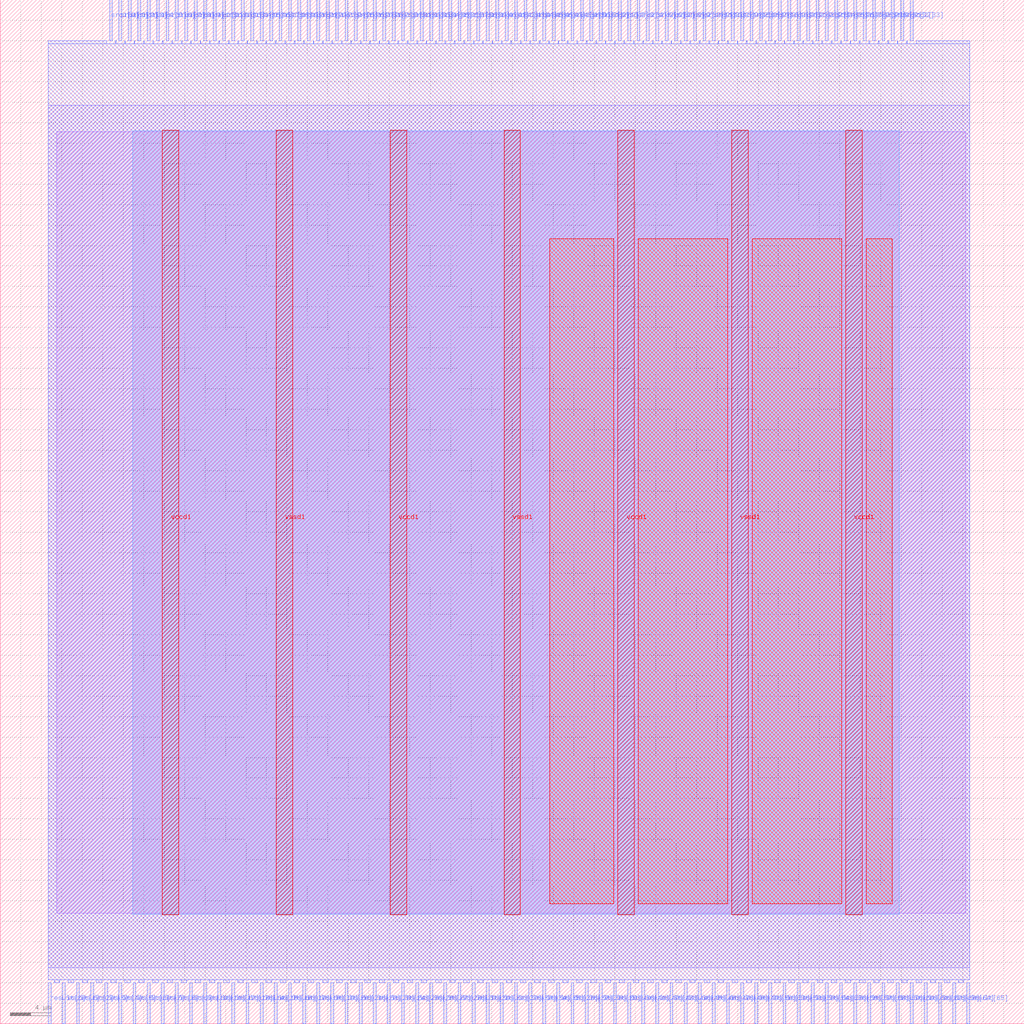
<source format=lef>
VERSION 5.7 ;
  NOWIREEXTENSIONATPIN ON ;
  DIVIDERCHAR "/" ;
  BUSBITCHARS "[]" ;
MACRO MULADD_2
  CLASS BLOCK ;
  FOREIGN MULADD_2 ;
  ORIGIN 0.000 0.000 ;
  SIZE 100.000 BY 100.000 ;
  PIN result[0]
    DIRECTION OUTPUT TRISTATE ;
    USE SIGNAL ;
    PORT
      LAYER met2 ;
        RECT 4.690 0.000 4.970 4.000 ;
    END
  END result[0]
  PIN result[10]
    DIRECTION OUTPUT TRISTATE ;
    USE SIGNAL ;
    PORT
      LAYER met2 ;
        RECT 18.490 0.000 18.770 4.000 ;
    END
  END result[10]
  PIN result[11]
    DIRECTION OUTPUT TRISTATE ;
    USE SIGNAL ;
    PORT
      LAYER met2 ;
        RECT 19.870 0.000 20.150 4.000 ;
    END
  END result[11]
  PIN result[12]
    DIRECTION OUTPUT TRISTATE ;
    USE SIGNAL ;
    PORT
      LAYER met2 ;
        RECT 21.250 0.000 21.530 4.000 ;
    END
  END result[12]
  PIN result[13]
    DIRECTION OUTPUT TRISTATE ;
    USE SIGNAL ;
    PORT
      LAYER met2 ;
        RECT 22.630 0.000 22.910 4.000 ;
    END
  END result[13]
  PIN result[14]
    DIRECTION OUTPUT TRISTATE ;
    USE SIGNAL ;
    PORT
      LAYER met2 ;
        RECT 24.010 0.000 24.290 4.000 ;
    END
  END result[14]
  PIN result[15]
    DIRECTION OUTPUT TRISTATE ;
    USE SIGNAL ;
    PORT
      LAYER met2 ;
        RECT 25.390 0.000 25.670 4.000 ;
    END
  END result[15]
  PIN result[16]
    DIRECTION OUTPUT TRISTATE ;
    USE SIGNAL ;
    PORT
      LAYER met2 ;
        RECT 26.770 0.000 27.050 4.000 ;
    END
  END result[16]
  PIN result[17]
    DIRECTION OUTPUT TRISTATE ;
    USE SIGNAL ;
    PORT
      LAYER met2 ;
        RECT 28.150 0.000 28.430 4.000 ;
    END
  END result[17]
  PIN result[18]
    DIRECTION OUTPUT TRISTATE ;
    USE SIGNAL ;
    PORT
      LAYER met2 ;
        RECT 29.530 0.000 29.810 4.000 ;
    END
  END result[18]
  PIN result[19]
    DIRECTION OUTPUT TRISTATE ;
    USE SIGNAL ;
    PORT
      LAYER met2 ;
        RECT 30.910 0.000 31.190 4.000 ;
    END
  END result[19]
  PIN result[1]
    DIRECTION OUTPUT TRISTATE ;
    USE SIGNAL ;
    PORT
      LAYER met2 ;
        RECT 6.070 0.000 6.350 4.000 ;
    END
  END result[1]
  PIN result[20]
    DIRECTION OUTPUT TRISTATE ;
    USE SIGNAL ;
    PORT
      LAYER met2 ;
        RECT 32.290 0.000 32.570 4.000 ;
    END
  END result[20]
  PIN result[21]
    DIRECTION OUTPUT TRISTATE ;
    USE SIGNAL ;
    PORT
      LAYER met2 ;
        RECT 33.670 0.000 33.950 4.000 ;
    END
  END result[21]
  PIN result[22]
    DIRECTION OUTPUT TRISTATE ;
    USE SIGNAL ;
    PORT
      LAYER met2 ;
        RECT 35.050 0.000 35.330 4.000 ;
    END
  END result[22]
  PIN result[23]
    DIRECTION OUTPUT TRISTATE ;
    USE SIGNAL ;
    PORT
      LAYER met2 ;
        RECT 36.430 0.000 36.710 4.000 ;
    END
  END result[23]
  PIN result[24]
    DIRECTION OUTPUT TRISTATE ;
    USE SIGNAL ;
    PORT
      LAYER met2 ;
        RECT 37.810 0.000 38.090 4.000 ;
    END
  END result[24]
  PIN result[25]
    DIRECTION OUTPUT TRISTATE ;
    USE SIGNAL ;
    PORT
      LAYER met2 ;
        RECT 39.190 0.000 39.470 4.000 ;
    END
  END result[25]
  PIN result[26]
    DIRECTION OUTPUT TRISTATE ;
    USE SIGNAL ;
    PORT
      LAYER met2 ;
        RECT 40.570 0.000 40.850 4.000 ;
    END
  END result[26]
  PIN result[27]
    DIRECTION OUTPUT TRISTATE ;
    USE SIGNAL ;
    PORT
      LAYER met2 ;
        RECT 41.950 0.000 42.230 4.000 ;
    END
  END result[27]
  PIN result[28]
    DIRECTION OUTPUT TRISTATE ;
    USE SIGNAL ;
    PORT
      LAYER met2 ;
        RECT 43.330 0.000 43.610 4.000 ;
    END
  END result[28]
  PIN result[29]
    DIRECTION OUTPUT TRISTATE ;
    USE SIGNAL ;
    PORT
      LAYER met2 ;
        RECT 44.710 0.000 44.990 4.000 ;
    END
  END result[29]
  PIN result[2]
    DIRECTION OUTPUT TRISTATE ;
    USE SIGNAL ;
    PORT
      LAYER met2 ;
        RECT 7.450 0.000 7.730 4.000 ;
    END
  END result[2]
  PIN result[30]
    DIRECTION OUTPUT TRISTATE ;
    USE SIGNAL ;
    PORT
      LAYER met2 ;
        RECT 46.090 0.000 46.370 4.000 ;
    END
  END result[30]
  PIN result[31]
    DIRECTION OUTPUT TRISTATE ;
    USE SIGNAL ;
    PORT
      LAYER met2 ;
        RECT 47.470 0.000 47.750 4.000 ;
    END
  END result[31]
  PIN result[32]
    DIRECTION OUTPUT TRISTATE ;
    USE SIGNAL ;
    PORT
      LAYER met2 ;
        RECT 48.850 0.000 49.130 4.000 ;
    END
  END result[32]
  PIN result[33]
    DIRECTION OUTPUT TRISTATE ;
    USE SIGNAL ;
    PORT
      LAYER met2 ;
        RECT 50.230 0.000 50.510 4.000 ;
    END
  END result[33]
  PIN result[34]
    DIRECTION OUTPUT TRISTATE ;
    USE SIGNAL ;
    PORT
      LAYER met2 ;
        RECT 51.610 0.000 51.890 4.000 ;
    END
  END result[34]
  PIN result[35]
    DIRECTION OUTPUT TRISTATE ;
    USE SIGNAL ;
    PORT
      LAYER met2 ;
        RECT 52.990 0.000 53.270 4.000 ;
    END
  END result[35]
  PIN result[36]
    DIRECTION OUTPUT TRISTATE ;
    USE SIGNAL ;
    PORT
      LAYER met2 ;
        RECT 54.370 0.000 54.650 4.000 ;
    END
  END result[36]
  PIN result[37]
    DIRECTION OUTPUT TRISTATE ;
    USE SIGNAL ;
    PORT
      LAYER met2 ;
        RECT 55.750 0.000 56.030 4.000 ;
    END
  END result[37]
  PIN result[38]
    DIRECTION OUTPUT TRISTATE ;
    USE SIGNAL ;
    PORT
      LAYER met2 ;
        RECT 57.130 0.000 57.410 4.000 ;
    END
  END result[38]
  PIN result[39]
    DIRECTION OUTPUT TRISTATE ;
    USE SIGNAL ;
    PORT
      LAYER met2 ;
        RECT 58.510 0.000 58.790 4.000 ;
    END
  END result[39]
  PIN result[3]
    DIRECTION OUTPUT TRISTATE ;
    USE SIGNAL ;
    PORT
      LAYER met2 ;
        RECT 8.830 0.000 9.110 4.000 ;
    END
  END result[3]
  PIN result[40]
    DIRECTION OUTPUT TRISTATE ;
    USE SIGNAL ;
    PORT
      LAYER met2 ;
        RECT 59.890 0.000 60.170 4.000 ;
    END
  END result[40]
  PIN result[41]
    DIRECTION OUTPUT TRISTATE ;
    USE SIGNAL ;
    PORT
      LAYER met2 ;
        RECT 61.270 0.000 61.550 4.000 ;
    END
  END result[41]
  PIN result[42]
    DIRECTION OUTPUT TRISTATE ;
    USE SIGNAL ;
    PORT
      LAYER met2 ;
        RECT 62.650 0.000 62.930 4.000 ;
    END
  END result[42]
  PIN result[43]
    DIRECTION OUTPUT TRISTATE ;
    USE SIGNAL ;
    PORT
      LAYER met2 ;
        RECT 64.030 0.000 64.310 4.000 ;
    END
  END result[43]
  PIN result[44]
    DIRECTION OUTPUT TRISTATE ;
    USE SIGNAL ;
    PORT
      LAYER met2 ;
        RECT 65.410 0.000 65.690 4.000 ;
    END
  END result[44]
  PIN result[45]
    DIRECTION OUTPUT TRISTATE ;
    USE SIGNAL ;
    PORT
      LAYER met2 ;
        RECT 66.790 0.000 67.070 4.000 ;
    END
  END result[45]
  PIN result[46]
    DIRECTION OUTPUT TRISTATE ;
    USE SIGNAL ;
    PORT
      LAYER met2 ;
        RECT 68.170 0.000 68.450 4.000 ;
    END
  END result[46]
  PIN result[47]
    DIRECTION OUTPUT TRISTATE ;
    USE SIGNAL ;
    PORT
      LAYER met2 ;
        RECT 69.550 0.000 69.830 4.000 ;
    END
  END result[47]
  PIN result[48]
    DIRECTION OUTPUT TRISTATE ;
    USE SIGNAL ;
    PORT
      LAYER met2 ;
        RECT 70.930 0.000 71.210 4.000 ;
    END
  END result[48]
  PIN result[49]
    DIRECTION OUTPUT TRISTATE ;
    USE SIGNAL ;
    PORT
      LAYER met2 ;
        RECT 72.310 0.000 72.590 4.000 ;
    END
  END result[49]
  PIN result[4]
    DIRECTION OUTPUT TRISTATE ;
    USE SIGNAL ;
    PORT
      LAYER met2 ;
        RECT 10.210 0.000 10.490 4.000 ;
    END
  END result[4]
  PIN result[50]
    DIRECTION OUTPUT TRISTATE ;
    USE SIGNAL ;
    PORT
      LAYER met2 ;
        RECT 73.690 0.000 73.970 4.000 ;
    END
  END result[50]
  PIN result[51]
    DIRECTION OUTPUT TRISTATE ;
    USE SIGNAL ;
    PORT
      LAYER met2 ;
        RECT 75.070 0.000 75.350 4.000 ;
    END
  END result[51]
  PIN result[52]
    DIRECTION OUTPUT TRISTATE ;
    USE SIGNAL ;
    PORT
      LAYER met2 ;
        RECT 76.450 0.000 76.730 4.000 ;
    END
  END result[52]
  PIN result[53]
    DIRECTION OUTPUT TRISTATE ;
    USE SIGNAL ;
    PORT
      LAYER met2 ;
        RECT 77.830 0.000 78.110 4.000 ;
    END
  END result[53]
  PIN result[54]
    DIRECTION OUTPUT TRISTATE ;
    USE SIGNAL ;
    PORT
      LAYER met2 ;
        RECT 79.210 0.000 79.490 4.000 ;
    END
  END result[54]
  PIN result[55]
    DIRECTION OUTPUT TRISTATE ;
    USE SIGNAL ;
    PORT
      LAYER met2 ;
        RECT 80.590 0.000 80.870 4.000 ;
    END
  END result[55]
  PIN result[56]
    DIRECTION OUTPUT TRISTATE ;
    USE SIGNAL ;
    PORT
      LAYER met2 ;
        RECT 81.970 0.000 82.250 4.000 ;
    END
  END result[56]
  PIN result[57]
    DIRECTION OUTPUT TRISTATE ;
    USE SIGNAL ;
    PORT
      LAYER met2 ;
        RECT 83.350 0.000 83.630 4.000 ;
    END
  END result[57]
  PIN result[58]
    DIRECTION OUTPUT TRISTATE ;
    USE SIGNAL ;
    PORT
      LAYER met2 ;
        RECT 84.730 0.000 85.010 4.000 ;
    END
  END result[58]
  PIN result[59]
    DIRECTION OUTPUT TRISTATE ;
    USE SIGNAL ;
    PORT
      LAYER met2 ;
        RECT 86.110 0.000 86.390 4.000 ;
    END
  END result[59]
  PIN result[5]
    DIRECTION OUTPUT TRISTATE ;
    USE SIGNAL ;
    PORT
      LAYER met2 ;
        RECT 11.590 0.000 11.870 4.000 ;
    END
  END result[5]
  PIN result[60]
    DIRECTION OUTPUT TRISTATE ;
    USE SIGNAL ;
    PORT
      LAYER met2 ;
        RECT 87.490 0.000 87.770 4.000 ;
    END
  END result[60]
  PIN result[61]
    DIRECTION OUTPUT TRISTATE ;
    USE SIGNAL ;
    PORT
      LAYER met2 ;
        RECT 88.870 0.000 89.150 4.000 ;
    END
  END result[61]
  PIN result[62]
    DIRECTION OUTPUT TRISTATE ;
    USE SIGNAL ;
    PORT
      LAYER met2 ;
        RECT 90.250 0.000 90.530 4.000 ;
    END
  END result[62]
  PIN result[63]
    DIRECTION OUTPUT TRISTATE ;
    USE SIGNAL ;
    PORT
      LAYER met2 ;
        RECT 91.630 0.000 91.910 4.000 ;
    END
  END result[63]
  PIN result[64]
    DIRECTION OUTPUT TRISTATE ;
    USE SIGNAL ;
    PORT
      LAYER met2 ;
        RECT 93.010 0.000 93.290 4.000 ;
    END
  END result[64]
  PIN result[65]
    DIRECTION OUTPUT TRISTATE ;
    USE SIGNAL ;
    PORT
      LAYER met2 ;
        RECT 94.390 0.000 94.670 4.000 ;
    END
  END result[65]
  PIN result[6]
    DIRECTION OUTPUT TRISTATE ;
    USE SIGNAL ;
    PORT
      LAYER met2 ;
        RECT 12.970 0.000 13.250 4.000 ;
    END
  END result[6]
  PIN result[7]
    DIRECTION OUTPUT TRISTATE ;
    USE SIGNAL ;
    PORT
      LAYER met2 ;
        RECT 14.350 0.000 14.630 4.000 ;
    END
  END result[7]
  PIN result[8]
    DIRECTION OUTPUT TRISTATE ;
    USE SIGNAL ;
    PORT
      LAYER met2 ;
        RECT 15.730 0.000 16.010 4.000 ;
    END
  END result[8]
  PIN result[9]
    DIRECTION OUTPUT TRISTATE ;
    USE SIGNAL ;
    PORT
      LAYER met2 ;
        RECT 17.110 0.000 17.390 4.000 ;
    END
  END result[9]
  PIN src1[0]
    DIRECTION INPUT ;
    USE SIGNAL ;
    PORT
      LAYER met2 ;
        RECT 10.670 96.000 10.950 100.000 ;
    END
  END src1[0]
  PIN src1[10]
    DIRECTION INPUT ;
    USE SIGNAL ;
    PORT
      LAYER met2 ;
        RECT 19.870 96.000 20.150 100.000 ;
    END
  END src1[10]
  PIN src1[11]
    DIRECTION INPUT ;
    USE SIGNAL ;
    PORT
      LAYER met2 ;
        RECT 20.790 96.000 21.070 100.000 ;
    END
  END src1[11]
  PIN src1[12]
    DIRECTION INPUT ;
    USE SIGNAL ;
    PORT
      LAYER met2 ;
        RECT 21.710 96.000 21.990 100.000 ;
    END
  END src1[12]
  PIN src1[13]
    DIRECTION INPUT ;
    USE SIGNAL ;
    PORT
      LAYER met2 ;
        RECT 22.630 96.000 22.910 100.000 ;
    END
  END src1[13]
  PIN src1[14]
    DIRECTION INPUT ;
    USE SIGNAL ;
    PORT
      LAYER met2 ;
        RECT 23.550 96.000 23.830 100.000 ;
    END
  END src1[14]
  PIN src1[15]
    DIRECTION INPUT ;
    USE SIGNAL ;
    PORT
      LAYER met2 ;
        RECT 24.470 96.000 24.750 100.000 ;
    END
  END src1[15]
  PIN src1[16]
    DIRECTION INPUT ;
    USE SIGNAL ;
    PORT
      LAYER met2 ;
        RECT 25.390 96.000 25.670 100.000 ;
    END
  END src1[16]
  PIN src1[17]
    DIRECTION INPUT ;
    USE SIGNAL ;
    PORT
      LAYER met2 ;
        RECT 26.310 96.000 26.590 100.000 ;
    END
  END src1[17]
  PIN src1[18]
    DIRECTION INPUT ;
    USE SIGNAL ;
    PORT
      LAYER met2 ;
        RECT 27.230 96.000 27.510 100.000 ;
    END
  END src1[18]
  PIN src1[19]
    DIRECTION INPUT ;
    USE SIGNAL ;
    PORT
      LAYER met2 ;
        RECT 28.150 96.000 28.430 100.000 ;
    END
  END src1[19]
  PIN src1[1]
    DIRECTION INPUT ;
    USE SIGNAL ;
    PORT
      LAYER met2 ;
        RECT 11.590 96.000 11.870 100.000 ;
    END
  END src1[1]
  PIN src1[20]
    DIRECTION INPUT ;
    USE SIGNAL ;
    PORT
      LAYER met2 ;
        RECT 29.070 96.000 29.350 100.000 ;
    END
  END src1[20]
  PIN src1[21]
    DIRECTION INPUT ;
    USE SIGNAL ;
    PORT
      LAYER met2 ;
        RECT 29.990 96.000 30.270 100.000 ;
    END
  END src1[21]
  PIN src1[22]
    DIRECTION INPUT ;
    USE SIGNAL ;
    PORT
      LAYER met2 ;
        RECT 30.910 96.000 31.190 100.000 ;
    END
  END src1[22]
  PIN src1[23]
    DIRECTION INPUT ;
    USE SIGNAL ;
    PORT
      LAYER met2 ;
        RECT 31.830 96.000 32.110 100.000 ;
    END
  END src1[23]
  PIN src1[24]
    DIRECTION INPUT ;
    USE SIGNAL ;
    PORT
      LAYER met2 ;
        RECT 32.750 96.000 33.030 100.000 ;
    END
  END src1[24]
  PIN src1[25]
    DIRECTION INPUT ;
    USE SIGNAL ;
    PORT
      LAYER met2 ;
        RECT 33.670 96.000 33.950 100.000 ;
    END
  END src1[25]
  PIN src1[26]
    DIRECTION INPUT ;
    USE SIGNAL ;
    PORT
      LAYER met2 ;
        RECT 34.590 96.000 34.870 100.000 ;
    END
  END src1[26]
  PIN src1[27]
    DIRECTION INPUT ;
    USE SIGNAL ;
    PORT
      LAYER met2 ;
        RECT 35.510 96.000 35.790 100.000 ;
    END
  END src1[27]
  PIN src1[28]
    DIRECTION INPUT ;
    USE SIGNAL ;
    PORT
      LAYER met2 ;
        RECT 36.430 96.000 36.710 100.000 ;
    END
  END src1[28]
  PIN src1[29]
    DIRECTION INPUT ;
    USE SIGNAL ;
    PORT
      LAYER met2 ;
        RECT 37.350 96.000 37.630 100.000 ;
    END
  END src1[29]
  PIN src1[2]
    DIRECTION INPUT ;
    USE SIGNAL ;
    PORT
      LAYER met2 ;
        RECT 12.510 96.000 12.790 100.000 ;
    END
  END src1[2]
  PIN src1[30]
    DIRECTION INPUT ;
    USE SIGNAL ;
    PORT
      LAYER met2 ;
        RECT 38.270 96.000 38.550 100.000 ;
    END
  END src1[30]
  PIN src1[31]
    DIRECTION INPUT ;
    USE SIGNAL ;
    PORT
      LAYER met2 ;
        RECT 39.190 96.000 39.470 100.000 ;
    END
  END src1[31]
  PIN src1[32]
    DIRECTION INPUT ;
    USE SIGNAL ;
    PORT
      LAYER met2 ;
        RECT 40.110 96.000 40.390 100.000 ;
    END
  END src1[32]
  PIN src1[33]
    DIRECTION INPUT ;
    USE SIGNAL ;
    PORT
      LAYER met2 ;
        RECT 41.030 96.000 41.310 100.000 ;
    END
  END src1[33]
  PIN src1[34]
    DIRECTION INPUT ;
    USE SIGNAL ;
    PORT
      LAYER met2 ;
        RECT 41.950 96.000 42.230 100.000 ;
    END
  END src1[34]
  PIN src1[35]
    DIRECTION INPUT ;
    USE SIGNAL ;
    PORT
      LAYER met2 ;
        RECT 42.870 96.000 43.150 100.000 ;
    END
  END src1[35]
  PIN src1[36]
    DIRECTION INPUT ;
    USE SIGNAL ;
    PORT
      LAYER met2 ;
        RECT 43.790 96.000 44.070 100.000 ;
    END
  END src1[36]
  PIN src1[37]
    DIRECTION INPUT ;
    USE SIGNAL ;
    PORT
      LAYER met2 ;
        RECT 44.710 96.000 44.990 100.000 ;
    END
  END src1[37]
  PIN src1[38]
    DIRECTION INPUT ;
    USE SIGNAL ;
    PORT
      LAYER met2 ;
        RECT 45.630 96.000 45.910 100.000 ;
    END
  END src1[38]
  PIN src1[39]
    DIRECTION INPUT ;
    USE SIGNAL ;
    PORT
      LAYER met2 ;
        RECT 46.550 96.000 46.830 100.000 ;
    END
  END src1[39]
  PIN src1[3]
    DIRECTION INPUT ;
    USE SIGNAL ;
    PORT
      LAYER met2 ;
        RECT 13.430 96.000 13.710 100.000 ;
    END
  END src1[3]
  PIN src1[40]
    DIRECTION INPUT ;
    USE SIGNAL ;
    PORT
      LAYER met2 ;
        RECT 47.470 96.000 47.750 100.000 ;
    END
  END src1[40]
  PIN src1[41]
    DIRECTION INPUT ;
    USE SIGNAL ;
    PORT
      LAYER met2 ;
        RECT 48.390 96.000 48.670 100.000 ;
    END
  END src1[41]
  PIN src1[42]
    DIRECTION INPUT ;
    USE SIGNAL ;
    PORT
      LAYER met2 ;
        RECT 49.310 96.000 49.590 100.000 ;
    END
  END src1[42]
  PIN src1[43]
    DIRECTION INPUT ;
    USE SIGNAL ;
    PORT
      LAYER met2 ;
        RECT 50.230 96.000 50.510 100.000 ;
    END
  END src1[43]
  PIN src1[44]
    DIRECTION INPUT ;
    USE SIGNAL ;
    PORT
      LAYER met2 ;
        RECT 51.150 96.000 51.430 100.000 ;
    END
  END src1[44]
  PIN src1[45]
    DIRECTION INPUT ;
    USE SIGNAL ;
    PORT
      LAYER met2 ;
        RECT 52.070 96.000 52.350 100.000 ;
    END
  END src1[45]
  PIN src1[46]
    DIRECTION INPUT ;
    USE SIGNAL ;
    PORT
      LAYER met2 ;
        RECT 52.990 96.000 53.270 100.000 ;
    END
  END src1[46]
  PIN src1[47]
    DIRECTION INPUT ;
    USE SIGNAL ;
    PORT
      LAYER met2 ;
        RECT 53.910 96.000 54.190 100.000 ;
    END
  END src1[47]
  PIN src1[48]
    DIRECTION INPUT ;
    USE SIGNAL ;
    PORT
      LAYER met2 ;
        RECT 54.830 96.000 55.110 100.000 ;
    END
  END src1[48]
  PIN src1[49]
    DIRECTION INPUT ;
    USE SIGNAL ;
    PORT
      LAYER met2 ;
        RECT 55.750 96.000 56.030 100.000 ;
    END
  END src1[49]
  PIN src1[4]
    DIRECTION INPUT ;
    USE SIGNAL ;
    PORT
      LAYER met2 ;
        RECT 14.350 96.000 14.630 100.000 ;
    END
  END src1[4]
  PIN src1[50]
    DIRECTION INPUT ;
    USE SIGNAL ;
    PORT
      LAYER met2 ;
        RECT 56.670 96.000 56.950 100.000 ;
    END
  END src1[50]
  PIN src1[51]
    DIRECTION INPUT ;
    USE SIGNAL ;
    PORT
      LAYER met2 ;
        RECT 57.590 96.000 57.870 100.000 ;
    END
  END src1[51]
  PIN src1[5]
    DIRECTION INPUT ;
    USE SIGNAL ;
    PORT
      LAYER met2 ;
        RECT 15.270 96.000 15.550 100.000 ;
    END
  END src1[5]
  PIN src1[6]
    DIRECTION INPUT ;
    USE SIGNAL ;
    PORT
      LAYER met2 ;
        RECT 16.190 96.000 16.470 100.000 ;
    END
  END src1[6]
  PIN src1[7]
    DIRECTION INPUT ;
    USE SIGNAL ;
    PORT
      LAYER met2 ;
        RECT 17.110 96.000 17.390 100.000 ;
    END
  END src1[7]
  PIN src1[8]
    DIRECTION INPUT ;
    USE SIGNAL ;
    PORT
      LAYER met2 ;
        RECT 18.030 96.000 18.310 100.000 ;
    END
  END src1[8]
  PIN src1[9]
    DIRECTION INPUT ;
    USE SIGNAL ;
    PORT
      LAYER met2 ;
        RECT 18.950 96.000 19.230 100.000 ;
    END
  END src1[9]
  PIN src2[0]
    DIRECTION INPUT ;
    USE SIGNAL ;
    PORT
      LAYER met2 ;
        RECT 58.510 96.000 58.790 100.000 ;
    END
  END src2[0]
  PIN src2[10]
    DIRECTION INPUT ;
    USE SIGNAL ;
    PORT
      LAYER met2 ;
        RECT 67.710 96.000 67.990 100.000 ;
    END
  END src2[10]
  PIN src2[11]
    DIRECTION INPUT ;
    USE SIGNAL ;
    PORT
      LAYER met2 ;
        RECT 68.630 96.000 68.910 100.000 ;
    END
  END src2[11]
  PIN src2[12]
    DIRECTION INPUT ;
    USE SIGNAL ;
    PORT
      LAYER met2 ;
        RECT 69.550 96.000 69.830 100.000 ;
    END
  END src2[12]
  PIN src2[13]
    DIRECTION INPUT ;
    USE SIGNAL ;
    PORT
      LAYER met2 ;
        RECT 70.470 96.000 70.750 100.000 ;
    END
  END src2[13]
  PIN src2[14]
    DIRECTION INPUT ;
    USE SIGNAL ;
    PORT
      LAYER met2 ;
        RECT 71.390 96.000 71.670 100.000 ;
    END
  END src2[14]
  PIN src2[15]
    DIRECTION INPUT ;
    USE SIGNAL ;
    PORT
      LAYER met2 ;
        RECT 72.310 96.000 72.590 100.000 ;
    END
  END src2[15]
  PIN src2[16]
    DIRECTION INPUT ;
    USE SIGNAL ;
    PORT
      LAYER met2 ;
        RECT 73.230 96.000 73.510 100.000 ;
    END
  END src2[16]
  PIN src2[17]
    DIRECTION INPUT ;
    USE SIGNAL ;
    PORT
      LAYER met2 ;
        RECT 74.150 96.000 74.430 100.000 ;
    END
  END src2[17]
  PIN src2[18]
    DIRECTION INPUT ;
    USE SIGNAL ;
    PORT
      LAYER met2 ;
        RECT 75.070 96.000 75.350 100.000 ;
    END
  END src2[18]
  PIN src2[19]
    DIRECTION INPUT ;
    USE SIGNAL ;
    PORT
      LAYER met2 ;
        RECT 75.990 96.000 76.270 100.000 ;
    END
  END src2[19]
  PIN src2[1]
    DIRECTION INPUT ;
    USE SIGNAL ;
    PORT
      LAYER met2 ;
        RECT 59.430 96.000 59.710 100.000 ;
    END
  END src2[1]
  PIN src2[20]
    DIRECTION INPUT ;
    USE SIGNAL ;
    PORT
      LAYER met2 ;
        RECT 76.910 96.000 77.190 100.000 ;
    END
  END src2[20]
  PIN src2[21]
    DIRECTION INPUT ;
    USE SIGNAL ;
    PORT
      LAYER met2 ;
        RECT 77.830 96.000 78.110 100.000 ;
    END
  END src2[21]
  PIN src2[22]
    DIRECTION INPUT ;
    USE SIGNAL ;
    PORT
      LAYER met2 ;
        RECT 78.750 96.000 79.030 100.000 ;
    END
  END src2[22]
  PIN src2[23]
    DIRECTION INPUT ;
    USE SIGNAL ;
    PORT
      LAYER met2 ;
        RECT 79.670 96.000 79.950 100.000 ;
    END
  END src2[23]
  PIN src2[24]
    DIRECTION INPUT ;
    USE SIGNAL ;
    PORT
      LAYER met2 ;
        RECT 80.590 96.000 80.870 100.000 ;
    END
  END src2[24]
  PIN src2[25]
    DIRECTION INPUT ;
    USE SIGNAL ;
    PORT
      LAYER met2 ;
        RECT 81.510 96.000 81.790 100.000 ;
    END
  END src2[25]
  PIN src2[26]
    DIRECTION INPUT ;
    USE SIGNAL ;
    PORT
      LAYER met2 ;
        RECT 82.430 96.000 82.710 100.000 ;
    END
  END src2[26]
  PIN src2[27]
    DIRECTION INPUT ;
    USE SIGNAL ;
    PORT
      LAYER met2 ;
        RECT 83.350 96.000 83.630 100.000 ;
    END
  END src2[27]
  PIN src2[28]
    DIRECTION INPUT ;
    USE SIGNAL ;
    PORT
      LAYER met2 ;
        RECT 84.270 96.000 84.550 100.000 ;
    END
  END src2[28]
  PIN src2[29]
    DIRECTION INPUT ;
    USE SIGNAL ;
    PORT
      LAYER met2 ;
        RECT 85.190 96.000 85.470 100.000 ;
    END
  END src2[29]
  PIN src2[2]
    DIRECTION INPUT ;
    USE SIGNAL ;
    PORT
      LAYER met2 ;
        RECT 60.350 96.000 60.630 100.000 ;
    END
  END src2[2]
  PIN src2[30]
    DIRECTION INPUT ;
    USE SIGNAL ;
    PORT
      LAYER met2 ;
        RECT 86.110 96.000 86.390 100.000 ;
    END
  END src2[30]
  PIN src2[31]
    DIRECTION INPUT ;
    USE SIGNAL ;
    PORT
      LAYER met2 ;
        RECT 87.030 96.000 87.310 100.000 ;
    END
  END src2[31]
  PIN src2[32]
    DIRECTION INPUT ;
    USE SIGNAL ;
    PORT
      LAYER met2 ;
        RECT 87.950 96.000 88.230 100.000 ;
    END
  END src2[32]
  PIN src2[33]
    DIRECTION INPUT ;
    USE SIGNAL ;
    PORT
      LAYER met2 ;
        RECT 88.870 96.000 89.150 100.000 ;
    END
  END src2[33]
  PIN src2[3]
    DIRECTION INPUT ;
    USE SIGNAL ;
    PORT
      LAYER met2 ;
        RECT 61.270 96.000 61.550 100.000 ;
    END
  END src2[3]
  PIN src2[4]
    DIRECTION INPUT ;
    USE SIGNAL ;
    PORT
      LAYER met2 ;
        RECT 62.190 96.000 62.470 100.000 ;
    END
  END src2[4]
  PIN src2[5]
    DIRECTION INPUT ;
    USE SIGNAL ;
    PORT
      LAYER met2 ;
        RECT 63.110 96.000 63.390 100.000 ;
    END
  END src2[5]
  PIN src2[6]
    DIRECTION INPUT ;
    USE SIGNAL ;
    PORT
      LAYER met2 ;
        RECT 64.030 96.000 64.310 100.000 ;
    END
  END src2[6]
  PIN src2[7]
    DIRECTION INPUT ;
    USE SIGNAL ;
    PORT
      LAYER met2 ;
        RECT 64.950 96.000 65.230 100.000 ;
    END
  END src2[7]
  PIN src2[8]
    DIRECTION INPUT ;
    USE SIGNAL ;
    PORT
      LAYER met2 ;
        RECT 65.870 96.000 66.150 100.000 ;
    END
  END src2[8]
  PIN src2[9]
    DIRECTION INPUT ;
    USE SIGNAL ;
    PORT
      LAYER met2 ;
        RECT 66.790 96.000 67.070 100.000 ;
    END
  END src2[9]
  PIN vccd1
    DIRECTION INOUT ;
    USE POWER ;
    PORT
      LAYER met4 ;
        RECT 15.840 10.640 17.440 87.280 ;
    END
    PORT
      LAYER met4 ;
        RECT 38.080 10.640 39.680 87.280 ;
    END
    PORT
      LAYER met4 ;
        RECT 60.320 10.640 61.920 87.280 ;
    END
    PORT
      LAYER met4 ;
        RECT 82.560 10.640 84.160 87.280 ;
    END
  END vccd1
  PIN vssd1
    DIRECTION INOUT ;
    USE GROUND ;
    PORT
      LAYER met4 ;
        RECT 26.960 10.640 28.560 87.280 ;
    END
    PORT
      LAYER met4 ;
        RECT 49.200 10.640 50.800 87.280 ;
    END
    PORT
      LAYER met4 ;
        RECT 71.440 10.640 73.040 87.280 ;
    END
  END vssd1
  OBS
      LAYER li1 ;
        RECT 5.520 10.795 94.300 87.125 ;
      LAYER met1 ;
        RECT 4.670 5.480 94.690 89.720 ;
      LAYER met2 ;
        RECT 4.700 95.720 10.390 96.000 ;
        RECT 11.230 95.720 11.310 96.000 ;
        RECT 12.150 95.720 12.230 96.000 ;
        RECT 13.070 95.720 13.150 96.000 ;
        RECT 13.990 95.720 14.070 96.000 ;
        RECT 14.910 95.720 14.990 96.000 ;
        RECT 15.830 95.720 15.910 96.000 ;
        RECT 16.750 95.720 16.830 96.000 ;
        RECT 17.670 95.720 17.750 96.000 ;
        RECT 18.590 95.720 18.670 96.000 ;
        RECT 19.510 95.720 19.590 96.000 ;
        RECT 20.430 95.720 20.510 96.000 ;
        RECT 21.350 95.720 21.430 96.000 ;
        RECT 22.270 95.720 22.350 96.000 ;
        RECT 23.190 95.720 23.270 96.000 ;
        RECT 24.110 95.720 24.190 96.000 ;
        RECT 25.030 95.720 25.110 96.000 ;
        RECT 25.950 95.720 26.030 96.000 ;
        RECT 26.870 95.720 26.950 96.000 ;
        RECT 27.790 95.720 27.870 96.000 ;
        RECT 28.710 95.720 28.790 96.000 ;
        RECT 29.630 95.720 29.710 96.000 ;
        RECT 30.550 95.720 30.630 96.000 ;
        RECT 31.470 95.720 31.550 96.000 ;
        RECT 32.390 95.720 32.470 96.000 ;
        RECT 33.310 95.720 33.390 96.000 ;
        RECT 34.230 95.720 34.310 96.000 ;
        RECT 35.150 95.720 35.230 96.000 ;
        RECT 36.070 95.720 36.150 96.000 ;
        RECT 36.990 95.720 37.070 96.000 ;
        RECT 37.910 95.720 37.990 96.000 ;
        RECT 38.830 95.720 38.910 96.000 ;
        RECT 39.750 95.720 39.830 96.000 ;
        RECT 40.670 95.720 40.750 96.000 ;
        RECT 41.590 95.720 41.670 96.000 ;
        RECT 42.510 95.720 42.590 96.000 ;
        RECT 43.430 95.720 43.510 96.000 ;
        RECT 44.350 95.720 44.430 96.000 ;
        RECT 45.270 95.720 45.350 96.000 ;
        RECT 46.190 95.720 46.270 96.000 ;
        RECT 47.110 95.720 47.190 96.000 ;
        RECT 48.030 95.720 48.110 96.000 ;
        RECT 48.950 95.720 49.030 96.000 ;
        RECT 49.870 95.720 49.950 96.000 ;
        RECT 50.790 95.720 50.870 96.000 ;
        RECT 51.710 95.720 51.790 96.000 ;
        RECT 52.630 95.720 52.710 96.000 ;
        RECT 53.550 95.720 53.630 96.000 ;
        RECT 54.470 95.720 54.550 96.000 ;
        RECT 55.390 95.720 55.470 96.000 ;
        RECT 56.310 95.720 56.390 96.000 ;
        RECT 57.230 95.720 57.310 96.000 ;
        RECT 58.150 95.720 58.230 96.000 ;
        RECT 59.070 95.720 59.150 96.000 ;
        RECT 59.990 95.720 60.070 96.000 ;
        RECT 60.910 95.720 60.990 96.000 ;
        RECT 61.830 95.720 61.910 96.000 ;
        RECT 62.750 95.720 62.830 96.000 ;
        RECT 63.670 95.720 63.750 96.000 ;
        RECT 64.590 95.720 64.670 96.000 ;
        RECT 65.510 95.720 65.590 96.000 ;
        RECT 66.430 95.720 66.510 96.000 ;
        RECT 67.350 95.720 67.430 96.000 ;
        RECT 68.270 95.720 68.350 96.000 ;
        RECT 69.190 95.720 69.270 96.000 ;
        RECT 70.110 95.720 70.190 96.000 ;
        RECT 71.030 95.720 71.110 96.000 ;
        RECT 71.950 95.720 72.030 96.000 ;
        RECT 72.870 95.720 72.950 96.000 ;
        RECT 73.790 95.720 73.870 96.000 ;
        RECT 74.710 95.720 74.790 96.000 ;
        RECT 75.630 95.720 75.710 96.000 ;
        RECT 76.550 95.720 76.630 96.000 ;
        RECT 77.470 95.720 77.550 96.000 ;
        RECT 78.390 95.720 78.470 96.000 ;
        RECT 79.310 95.720 79.390 96.000 ;
        RECT 80.230 95.720 80.310 96.000 ;
        RECT 81.150 95.720 81.230 96.000 ;
        RECT 82.070 95.720 82.150 96.000 ;
        RECT 82.990 95.720 83.070 96.000 ;
        RECT 83.910 95.720 83.990 96.000 ;
        RECT 84.830 95.720 84.910 96.000 ;
        RECT 85.750 95.720 85.830 96.000 ;
        RECT 86.670 95.720 86.750 96.000 ;
        RECT 87.590 95.720 87.670 96.000 ;
        RECT 88.510 95.720 88.590 96.000 ;
        RECT 89.430 95.720 94.660 96.000 ;
        RECT 4.700 4.280 94.660 95.720 ;
        RECT 5.250 4.000 5.790 4.280 ;
        RECT 6.630 4.000 7.170 4.280 ;
        RECT 8.010 4.000 8.550 4.280 ;
        RECT 9.390 4.000 9.930 4.280 ;
        RECT 10.770 4.000 11.310 4.280 ;
        RECT 12.150 4.000 12.690 4.280 ;
        RECT 13.530 4.000 14.070 4.280 ;
        RECT 14.910 4.000 15.450 4.280 ;
        RECT 16.290 4.000 16.830 4.280 ;
        RECT 17.670 4.000 18.210 4.280 ;
        RECT 19.050 4.000 19.590 4.280 ;
        RECT 20.430 4.000 20.970 4.280 ;
        RECT 21.810 4.000 22.350 4.280 ;
        RECT 23.190 4.000 23.730 4.280 ;
        RECT 24.570 4.000 25.110 4.280 ;
        RECT 25.950 4.000 26.490 4.280 ;
        RECT 27.330 4.000 27.870 4.280 ;
        RECT 28.710 4.000 29.250 4.280 ;
        RECT 30.090 4.000 30.630 4.280 ;
        RECT 31.470 4.000 32.010 4.280 ;
        RECT 32.850 4.000 33.390 4.280 ;
        RECT 34.230 4.000 34.770 4.280 ;
        RECT 35.610 4.000 36.150 4.280 ;
        RECT 36.990 4.000 37.530 4.280 ;
        RECT 38.370 4.000 38.910 4.280 ;
        RECT 39.750 4.000 40.290 4.280 ;
        RECT 41.130 4.000 41.670 4.280 ;
        RECT 42.510 4.000 43.050 4.280 ;
        RECT 43.890 4.000 44.430 4.280 ;
        RECT 45.270 4.000 45.810 4.280 ;
        RECT 46.650 4.000 47.190 4.280 ;
        RECT 48.030 4.000 48.570 4.280 ;
        RECT 49.410 4.000 49.950 4.280 ;
        RECT 50.790 4.000 51.330 4.280 ;
        RECT 52.170 4.000 52.710 4.280 ;
        RECT 53.550 4.000 54.090 4.280 ;
        RECT 54.930 4.000 55.470 4.280 ;
        RECT 56.310 4.000 56.850 4.280 ;
        RECT 57.690 4.000 58.230 4.280 ;
        RECT 59.070 4.000 59.610 4.280 ;
        RECT 60.450 4.000 60.990 4.280 ;
        RECT 61.830 4.000 62.370 4.280 ;
        RECT 63.210 4.000 63.750 4.280 ;
        RECT 64.590 4.000 65.130 4.280 ;
        RECT 65.970 4.000 66.510 4.280 ;
        RECT 67.350 4.000 67.890 4.280 ;
        RECT 68.730 4.000 69.270 4.280 ;
        RECT 70.110 4.000 70.650 4.280 ;
        RECT 71.490 4.000 72.030 4.280 ;
        RECT 72.870 4.000 73.410 4.280 ;
        RECT 74.250 4.000 74.790 4.280 ;
        RECT 75.630 4.000 76.170 4.280 ;
        RECT 77.010 4.000 77.550 4.280 ;
        RECT 78.390 4.000 78.930 4.280 ;
        RECT 79.770 4.000 80.310 4.280 ;
        RECT 81.150 4.000 81.690 4.280 ;
        RECT 82.530 4.000 83.070 4.280 ;
        RECT 83.910 4.000 84.450 4.280 ;
        RECT 85.290 4.000 85.830 4.280 ;
        RECT 86.670 4.000 87.210 4.280 ;
        RECT 88.050 4.000 88.590 4.280 ;
        RECT 89.430 4.000 89.970 4.280 ;
        RECT 90.810 4.000 91.350 4.280 ;
        RECT 92.190 4.000 92.730 4.280 ;
        RECT 93.570 4.000 94.110 4.280 ;
      LAYER met3 ;
        RECT 12.945 10.715 87.795 87.205 ;
      LAYER met4 ;
        RECT 53.655 11.735 59.920 76.665 ;
        RECT 62.320 11.735 71.040 76.665 ;
        RECT 73.440 11.735 82.160 76.665 ;
        RECT 84.560 11.735 87.105 76.665 ;
  END
END MULADD_2
END LIBRARY


</source>
